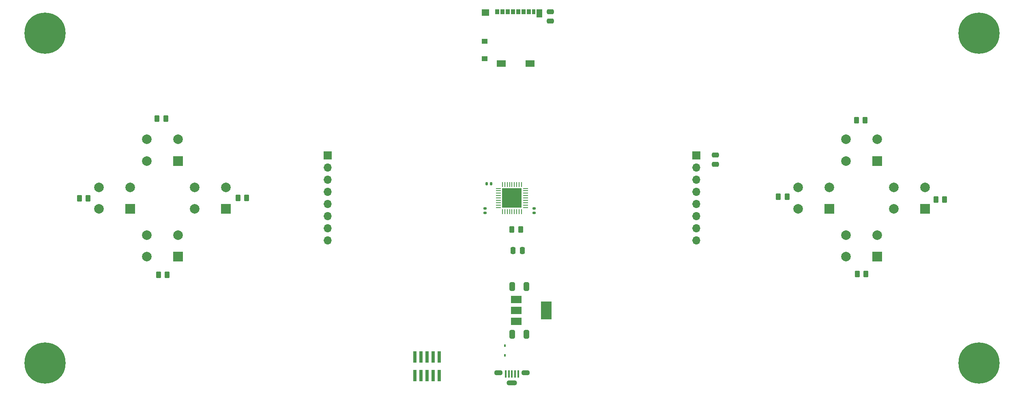
<source format=gbr>
%TF.GenerationSoftware,KiCad,Pcbnew,(6.0.10)*%
%TF.CreationDate,2023-04-18T09:59:35+03:00*%
%TF.ProjectId,Console,436f6e73-6f6c-4652-9e6b-696361645f70,rev?*%
%TF.SameCoordinates,Original*%
%TF.FileFunction,Soldermask,Top*%
%TF.FilePolarity,Negative*%
%FSLAX46Y46*%
G04 Gerber Fmt 4.6, Leading zero omitted, Abs format (unit mm)*
G04 Created by KiCad (PCBNEW (6.0.10)) date 2023-04-18 09:59:35*
%MOMM*%
%LPD*%
G01*
G04 APERTURE LIST*
G04 Aperture macros list*
%AMRoundRect*
0 Rectangle with rounded corners*
0 $1 Rounding radius*
0 $2 $3 $4 $5 $6 $7 $8 $9 X,Y pos of 4 corners*
0 Add a 4 corners polygon primitive as box body*
4,1,4,$2,$3,$4,$5,$6,$7,$8,$9,$2,$3,0*
0 Add four circle primitives for the rounded corners*
1,1,$1+$1,$2,$3*
1,1,$1+$1,$4,$5*
1,1,$1+$1,$6,$7*
1,1,$1+$1,$8,$9*
0 Add four rect primitives between the rounded corners*
20,1,$1+$1,$2,$3,$4,$5,0*
20,1,$1+$1,$4,$5,$6,$7,0*
20,1,$1+$1,$6,$7,$8,$9,0*
20,1,$1+$1,$8,$9,$2,$3,0*%
G04 Aperture macros list end*
%ADD10RoundRect,0.140000X0.170000X-0.140000X0.170000X0.140000X-0.170000X0.140000X-0.170000X-0.140000X0*%
%ADD11RoundRect,0.250000X0.262500X0.450000X-0.262500X0.450000X-0.262500X-0.450000X0.262500X-0.450000X0*%
%ADD12RoundRect,0.250000X0.475000X-0.250000X0.475000X0.250000X-0.475000X0.250000X-0.475000X-0.250000X0*%
%ADD13R,2.000000X2.000000*%
%ADD14C,2.000000*%
%ADD15RoundRect,0.062500X0.475000X0.062500X-0.475000X0.062500X-0.475000X-0.062500X0.475000X-0.062500X0*%
%ADD16RoundRect,0.062500X0.062500X0.475000X-0.062500X0.475000X-0.062500X-0.475000X0.062500X-0.475000X0*%
%ADD17R,4.100000X4.100000*%
%ADD18R,0.740000X2.400000*%
%ADD19R,0.450000X0.600000*%
%ADD20R,0.450000X1.500000*%
%ADD21O,1.800000X1.100000*%
%ADD22O,2.200000X1.100000*%
%ADD23C,0.900000*%
%ADD24C,8.600000*%
%ADD25RoundRect,0.140000X-0.170000X0.140000X-0.170000X-0.140000X0.170000X-0.140000X0.170000X0.140000X0*%
%ADD26R,1.700000X1.700000*%
%ADD27O,1.700000X1.700000*%
%ADD28RoundRect,0.250000X-0.262500X-0.450000X0.262500X-0.450000X0.262500X0.450000X-0.262500X0.450000X0*%
%ADD29R,0.850000X1.100000*%
%ADD30R,0.750000X1.100000*%
%ADD31R,1.200000X1.000000*%
%ADD32R,1.900000X1.350000*%
%ADD33R,1.550000X1.350000*%
%ADD34R,1.170000X1.800000*%
%ADD35RoundRect,0.140000X-0.140000X-0.170000X0.140000X-0.170000X0.140000X0.170000X-0.140000X0.170000X0*%
%ADD36RoundRect,0.250000X-0.325000X-0.650000X0.325000X-0.650000X0.325000X0.650000X-0.325000X0.650000X0*%
%ADD37R,2.200000X1.500000*%
%ADD38R,2.200000X3.800000*%
%ADD39RoundRect,0.250000X0.250000X0.475000X-0.250000X0.475000X-0.250000X-0.475000X0.250000X-0.475000X0*%
%ADD40RoundRect,0.250000X0.325000X0.650000X-0.325000X0.650000X-0.325000X-0.650000X0.325000X-0.650000X0*%
G04 APERTURE END LIST*
D10*
%TO.C,C7*%
X144370000Y-103110000D03*
X144370000Y-102150000D03*
%TD*%
D11*
%TO.C,R2*%
X207412500Y-99700000D03*
X205587500Y-99700000D03*
%TD*%
%TO.C,R6*%
X223712500Y-83700000D03*
X221887500Y-83700000D03*
%TD*%
D12*
%TO.C,C2*%
X192500000Y-92950000D03*
X192500000Y-91050000D03*
%TD*%
D13*
%TO.C,S8*%
X90250000Y-102250000D03*
D14*
X83750000Y-102250000D03*
X90250000Y-97750000D03*
X83750000Y-97750000D03*
%TD*%
D11*
%TO.C,R5*%
X61512500Y-100100000D03*
X59687500Y-100100000D03*
%TD*%
D15*
%TO.C,U2*%
X152837500Y-102000000D03*
X152837500Y-101500000D03*
X152837500Y-101000000D03*
X152837500Y-100500000D03*
X152837500Y-100000000D03*
X152837500Y-99500000D03*
X152837500Y-99000000D03*
X152837500Y-98500000D03*
X152837500Y-98000000D03*
D16*
X152000000Y-97162500D03*
X151500000Y-97162500D03*
X151000000Y-97162500D03*
X150500000Y-97162500D03*
X150000000Y-97162500D03*
X149500000Y-97162500D03*
X149000000Y-97162500D03*
X148500000Y-97162500D03*
X148000000Y-97162500D03*
D15*
X147162500Y-98000000D03*
X147162500Y-98500000D03*
X147162500Y-99000000D03*
X147162500Y-99500000D03*
X147162500Y-100000000D03*
X147162500Y-100500000D03*
X147162500Y-101000000D03*
X147162500Y-101500000D03*
X147162500Y-102000000D03*
D16*
X148000000Y-102837500D03*
X148500000Y-102837500D03*
X149000000Y-102837500D03*
X149500000Y-102837500D03*
X150000000Y-102837500D03*
X150500000Y-102837500D03*
X151000000Y-102837500D03*
X151500000Y-102837500D03*
X152000000Y-102837500D03*
D17*
X150000000Y-100000000D03*
%TD*%
D18*
%TO.C,J1*%
X129690000Y-137170000D03*
X129690000Y-133270000D03*
X130960000Y-137170000D03*
X130960000Y-133270000D03*
X132230000Y-137170000D03*
X132230000Y-133270000D03*
X133500000Y-137170000D03*
X133500000Y-133270000D03*
X134770000Y-137170000D03*
X134770000Y-133270000D03*
%TD*%
D11*
%TO.C,R9*%
X94600000Y-100000000D03*
X92775000Y-100000000D03*
%TD*%
D13*
%TO.C,S3*%
X80250000Y-92250000D03*
D14*
X73750000Y-92250000D03*
X80250000Y-87750000D03*
X73750000Y-87750000D03*
%TD*%
D19*
%TO.C,D1*%
X148500000Y-130850000D03*
X148500000Y-132950000D03*
%TD*%
D11*
%TO.C,R8*%
X78012500Y-116100000D03*
X76187500Y-116100000D03*
%TD*%
D20*
%TO.C,J4*%
X148700000Y-136800000D03*
X149350000Y-136800000D03*
X150000000Y-136800000D03*
X150650000Y-136800000D03*
X151300000Y-136800000D03*
D21*
X147200000Y-136550000D03*
D22*
X150000000Y-138700000D03*
D21*
X152800000Y-136550000D03*
%TD*%
D23*
%TO.C,H4*%
X54780419Y-136780419D03*
X52500000Y-131275000D03*
X49275000Y-134500000D03*
X54780419Y-132219581D03*
X52500000Y-137725000D03*
X50219581Y-136780419D03*
X50219581Y-132219581D03*
X55725000Y-134500000D03*
D24*
X52500000Y-134500000D03*
%TD*%
D25*
%TO.C,C6*%
X154620000Y-102150000D03*
X154620000Y-103110000D03*
%TD*%
D26*
%TO.C,J5*%
X111500000Y-91125000D03*
D27*
X111500000Y-93665000D03*
X111500000Y-96205000D03*
X111500000Y-98745000D03*
X111500000Y-101285000D03*
X111500000Y-103825000D03*
X111500000Y-106365000D03*
X111500000Y-108905000D03*
%TD*%
D28*
%TO.C,R1*%
X149987500Y-106600000D03*
X151812500Y-106600000D03*
%TD*%
D13*
%TO.C,S2*%
X226250000Y-112250000D03*
D14*
X219750000Y-112250000D03*
X226250000Y-107750000D03*
X219750000Y-107750000D03*
%TD*%
D26*
%TO.C,J2*%
X188500000Y-91125000D03*
D27*
X188500000Y-93665000D03*
X188500000Y-96205000D03*
X188500000Y-98745000D03*
X188500000Y-101285000D03*
X188500000Y-103825000D03*
X188500000Y-106365000D03*
X188500000Y-108905000D03*
%TD*%
D13*
%TO.C,S7*%
X80250000Y-112250000D03*
D14*
X73750000Y-112250000D03*
X80250000Y-107750000D03*
X73750000Y-107750000D03*
%TD*%
D13*
%TO.C,S1*%
X216250000Y-102250000D03*
D14*
X209750000Y-102250000D03*
X216250000Y-97750000D03*
X209750000Y-97750000D03*
%TD*%
D29*
%TO.C,J3*%
X146895000Y-61050000D03*
X147995000Y-61050000D03*
X149095000Y-61050000D03*
X150195000Y-61050000D03*
X151295000Y-61050000D03*
X152395000Y-61050000D03*
X153495000Y-61050000D03*
D30*
X154545000Y-61050000D03*
D31*
X144260000Y-67200000D03*
X144260000Y-70900000D03*
D32*
X147760000Y-71875000D03*
X153730000Y-71875000D03*
D33*
X144435000Y-61175000D03*
D34*
X155755000Y-61400000D03*
%TD*%
D13*
%TO.C,S4*%
X70250000Y-102250000D03*
D14*
X63750000Y-102250000D03*
X70250000Y-97750000D03*
X63750000Y-97750000D03*
%TD*%
D28*
%TO.C,R3*%
X222087500Y-115900000D03*
X223912500Y-115900000D03*
%TD*%
D13*
%TO.C,S6*%
X236250000Y-102250000D03*
D14*
X229750000Y-102250000D03*
X236250000Y-97750000D03*
X229750000Y-97750000D03*
%TD*%
D28*
%TO.C,R4*%
X75887500Y-83400000D03*
X77712500Y-83400000D03*
%TD*%
D35*
%TO.C,C8*%
X144670000Y-97000000D03*
X145630000Y-97000000D03*
%TD*%
D36*
%TO.C,C3*%
X150025000Y-128500000D03*
X152975000Y-128500000D03*
%TD*%
D23*
%TO.C,H1*%
X55725000Y-65500000D03*
X50219581Y-67780419D03*
X54780419Y-67780419D03*
X52500000Y-68725000D03*
X50219581Y-63219581D03*
X49275000Y-65500000D03*
X52500000Y-62275000D03*
X54780419Y-63219581D03*
D24*
X52500000Y-65500000D03*
%TD*%
D37*
%TO.C,U1*%
X150850000Y-121200000D03*
X150850000Y-123500000D03*
X150850000Y-125800000D03*
D38*
X157150000Y-123500000D03*
%TD*%
D23*
%TO.C,H3*%
X247500000Y-137725000D03*
X245219581Y-136780419D03*
X245219581Y-132219581D03*
X249780419Y-132219581D03*
X250725000Y-134500000D03*
X249780419Y-136780419D03*
X244275000Y-134500000D03*
X247500000Y-131275000D03*
D24*
X247500000Y-134500000D03*
%TD*%
D39*
%TO.C,C4*%
X152150000Y-111000000D03*
X150250000Y-111000000D03*
%TD*%
D12*
%TO.C,C1*%
X158000000Y-62950000D03*
X158000000Y-61050000D03*
%TD*%
D11*
%TO.C,R7*%
X240312500Y-100300000D03*
X238487500Y-100300000D03*
%TD*%
D13*
%TO.C,S5*%
X226250000Y-92250000D03*
D14*
X219750000Y-92250000D03*
X226250000Y-87750000D03*
X219750000Y-87750000D03*
%TD*%
D23*
%TO.C,H2*%
X249780419Y-67780419D03*
X247500000Y-62275000D03*
X245219581Y-63219581D03*
X244275000Y-65500000D03*
X247500000Y-68725000D03*
X250725000Y-65500000D03*
X245219581Y-67780419D03*
D24*
X247500000Y-65500000D03*
D23*
X249780419Y-63219581D03*
%TD*%
D40*
%TO.C,C5*%
X152975000Y-118500000D03*
X150025000Y-118500000D03*
%TD*%
M02*

</source>
